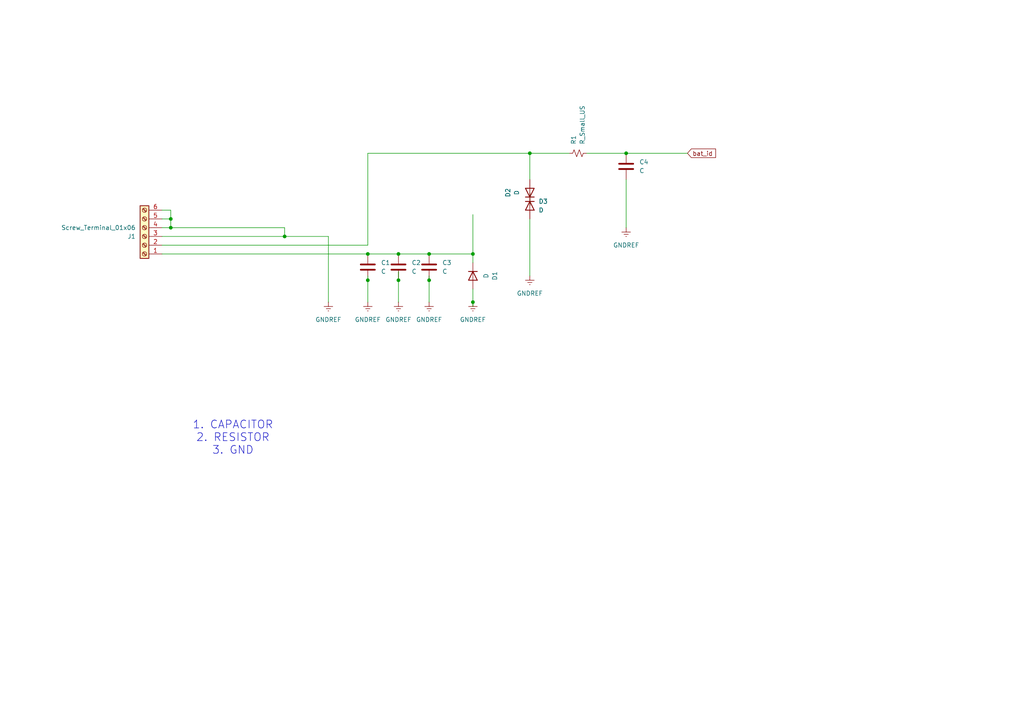
<source format=kicad_sch>
(kicad_sch (version 20250114) (generator "eeschema") (generator_version "9.0")
  (paper "A4")
  (lib_symbols
    (symbol "Connector:Screw_Terminal_01x06" (pin_names (offset 1.016) (hide yes))
      (property "Reference" "J" (at 0 7.62 0))
      (property "Value" "Screw_Terminal_01x06" (at 0 -10.16 0))
      (symbol "Screw_Terminal_01x06_1_1"
        (rectangle (start -1.27 6.35) (end 1.27 -8.89) (stroke (width 0.254)) (fill (type background)))
        (polyline (pts (xy -0.5334 5.4102) (xy 0.3302 4.572)) (stroke (width 0.1524)))
        (polyline (pts (xy -0.5334 2.8702) (xy 0.3302 2.032)) (stroke (width 0.1524)))
        (polyline (pts (xy -0.5334 0.3302) (xy 0.3302 -0.508)) (stroke (width 0.1524)))
        (polyline (pts (xy -0.5334 -2.2098) (xy 0.3302 -3.048)) (stroke (width 0.1524)))
        (polyline (pts (xy -0.5334 -4.7498) (xy 0.3302 -5.588)) (stroke (width 0.1524)))
        (polyline (pts (xy -0.5334 -7.2898) (xy 0.3302 -8.128)) (stroke (width 0.1524)))
        (polyline (pts (xy -0.3556 5.588) (xy 0.508 4.7498)) (stroke (width 0.1524)))
        (polyline (pts (xy -0.3556 3.048) (xy 0.508 2.2098)) (stroke (width 0.1524)))
        (polyline (pts (xy -0.3556 0.508) (xy 0.508 -0.3302)) (stroke (width 0.1524)))
        (polyline (pts (xy -0.3556 -2.032) (xy 0.508 -2.8702)) (stroke (width 0.1524)))
        (polyline (pts (xy -0.3556 -4.572) (xy 0.508 -5.4102)) (stroke (width 0.1524)))
        (polyline (pts (xy -0.3556 -7.112) (xy 0.508 -7.9502)) (stroke (width 0.1524)))
        (circle (center 0 5.08) (radius 0.635) (stroke (width 0.1524)))
        (circle (center 0 2.54) (radius 0.635) (stroke (width 0.1524)))
        (circle (center 0 0) (radius 0.635) (stroke (width 0.1524)))
        (circle (center 0 -2.54) (radius 0.635) (stroke (width 0.1524)))
        (circle (center 0 -5.08) (radius 0.635) (stroke (width 0.1524)))
        (circle (center 0 -7.62) (radius 0.635) (stroke (width 0.1524)))
        (pin passive line (at -5.08 5.08 0) (length 3.81) (name "Pin_1") (number "1"))
        (pin passive line (at -5.08 2.54 0) (length 3.81) (name "Pin_2") (number "2"))
        (pin passive line (at -5.08 0 0) (length 3.81) (name "Pin_3") (number "3"))
        (pin passive line (at -5.08 -2.54 0) (length 3.81) (name "Pin_4") (number "4"))
        (pin passive line (at -5.08 -5.08 0) (length 3.81) (name "Pin_5") (number "5"))
        (pin passive line (at -5.08 -7.62 0) (length 3.81) (name "Pin_6") (number "6"))
      )
    )
    (symbol "Device:C" (pin_numbers (hide yes)) (pin_names (offset 0.254))
      (property "Reference" "C" (at 0.635 2.54 0))
      (property "Value" "C" (at 0.635 -2.54 0))
      (symbol "C_0_1"
        (polyline (pts (xy -2.032 0.762) (xy 2.032 0.762)) (stroke (width 0.508)))
        (polyline (pts (xy -2.032 -0.762) (xy 2.032 -0.762)) (stroke (width 0.508)))
      )
      (symbol "C_1_1"
        (pin passive line (at 0 3.81 270) (length 2.794) (name "~") (number "1"))
        (pin passive line (at 0 -3.81 90) (length 2.794) (name "~") (number "2"))
      )
    )
    (symbol "Device:D" (pin_numbers (hide yes)) (pin_names (offset 1.016) (hide yes))
      (property "Reference" "D" (at 0 2.54 0))
      (property "Value" "D" (at 0 -2.54 0))
      (symbol "D_0_1"
        (polyline (pts (xy -1.27 1.27) (xy -1.27 -1.27)) (stroke (width 0.254)))
        (polyline (pts (xy 1.27 1.27) (xy 1.27 -1.27) (xy -1.27 0) (xy 1.27 1.27)) (stroke (width 0.254)))
        (polyline (pts (xy 1.27 0) (xy -1.27 0)))
      )
      (symbol "D_1_1"
        (pin passive line (at -3.81 0 0) (length 2.54) (name "K") (number "1"))
        (pin passive line (at 3.81 0 180) (length 2.54) (name "A") (number "2"))
      )
    )
    (symbol "Device:R_Small_US" (pin_numbers (hide yes)) (pin_names (offset 0.254) (hide yes))
      (property "Reference" "R" (at 0.762 0.508 0))
      (property "Value" "R_Small_US" (at 0.762 -1.016 0))
      (symbol "R_Small_US_1_1"
        (polyline (pts (xy 0 1.524) (xy 1.016 1.143) (xy 0 0.762) (xy -1.016 0.381) (xy 0 0)))
        (polyline (pts (xy 0 0) (xy 1.016 -0.381) (xy 0 -0.762) (xy -1.016 -1.143) (xy 0 -1.524)))
        (pin passive line (at 0 2.54 270) (length 1.016) (name "~") (number "1"))
        (pin passive line (at 0 -2.54 90) (length 1.016) (name "~") (number "2"))
      )
    )
    (symbol "power:GNDREF" (power) (pin_numbers (hide yes)) (pin_names (offset 0) (hide yes))
      (property "Value" "GNDREF" (at 0 -3.81 0))
      (symbol "GNDREF_0_1"
        (polyline (pts (xy -0.635 -1.905) (xy 0.635 -1.905)))
        (polyline (pts (xy -0.127 -2.54) (xy 0.127 -2.54)))
        (polyline (pts (xy 0 -1.27) (xy 0 0)))
        (polyline (pts (xy 1.27 -1.27) (xy -1.27 -1.27)))
      )
      (symbol "GNDREF_1_1"
        (pin power_in line (at 0 0 270) (length 0) (name "~") (number "1"))
      )
    )
  )
  (text "1. CAPACITOR\n2. RESISTOR\n3. GND" (at 67.564 127 0) (effects (font (size 2.286 2.286))))
  (junction (at 153.67 44.45))
  (junction (at 181.61 44.45))
  (junction (at 49.53 66.04))
  (junction (at 82.55 68.58))
  (junction (at 137.16 87.63))
  (junction (at 49.53 63.5))
  (junction (at 106.68 73.66))
  (junction (at 115.57 81.28))
  (junction (at 137.16 73.66))
  (junction (at 115.57 73.66))
  (junction (at 106.68 81.28))
  (junction (at 124.46 73.66))
  (junction (at 124.46 81.28))
  (wire (pts (xy 46.99 71.12) (xy 106.68 71.12)))
  (wire (pts (xy 124.46 80.01) (xy 124.46 81.28)))
  (wire (pts (xy 115.57 81.28) (xy 115.57 87.63)))
  (wire (pts (xy 49.53 63.5) (xy 49.53 66.04)))
  (wire (pts (xy 106.68 44.45) (xy 153.67 44.45)))
  (wire (pts (xy 106.68 71.12) (xy 106.68 44.45)))
  (wire (pts (xy 46.99 68.58) (xy 82.55 68.58)))
  (wire (pts (xy 170.18 44.45) (xy 181.61 44.45)))
  (wire (pts (xy 181.61 44.45) (xy 199.39 44.45)))
  (wire (pts (xy 137.16 62.23) (xy 137.16 73.66)))
  (wire (pts (xy 137.16 87.63) (xy 137.16 88.9)))
  (wire (pts (xy 153.67 44.45) (xy 165.1 44.45)))
  (wire (pts (xy 106.68 73.66) (xy 115.57 73.66)))
  (wire (pts (xy 137.16 83.82) (xy 137.16 87.63)))
  (wire (pts (xy 46.99 73.66) (xy 106.68 73.66)))
  (wire (pts (xy 181.61 52.07) (xy 181.61 66.04)))
  (wire (pts (xy 115.57 78.74) (xy 115.57 81.28)))
  (wire (pts (xy 46.99 63.5) (xy 49.53 63.5)))
  (wire (pts (xy 82.55 66.04) (xy 82.55 68.58)))
  (wire (pts (xy 153.67 44.45) (xy 153.67 52.07)))
  (wire (pts (xy 46.99 60.96) (xy 49.53 60.96)))
  (wire (pts (xy 137.16 73.66) (xy 137.16 76.2)))
  (wire (pts (xy 124.46 73.66) (xy 137.16 73.66)))
  (wire (pts (xy 115.57 73.66) (xy 124.46 73.66)))
  (wire (pts (xy 106.68 80.01) (xy 106.68 81.28)))
  (wire (pts (xy 106.68 81.28) (xy 106.68 87.63)))
  (wire (pts (xy 49.53 60.96) (xy 49.53 63.5)))
  (wire (pts (xy 82.55 68.58) (xy 95.25 68.58)))
  (wire (pts (xy 46.99 66.04) (xy 49.53 66.04)))
  (wire (pts (xy 49.53 66.04) (xy 82.55 66.04)))
  (wire (pts (xy 124.46 81.28) (xy 124.46 87.63)))
  (wire (pts (xy 153.67 55.88) (xy 153.67 59.69)))
  (wire (pts (xy 95.25 68.58) (xy 95.25 87.63)))
  (wire (pts (xy 153.67 63.5) (xy 153.67 80.01)))
  (global_label "bat_id" (shape input) (at 199.39 44.45 0) (property "Intersheetrefs" "${INTERSHEET_REFS}" (effects (hide yes))))
  (symbol (lib_id "Connector:Screw_Terminal_01x06") (at 41.91 68.58 180) (unit 1)
    (property "Reference" "J1" (at 39.37 68.5801 0) (effects (justify left)))
    (property "Value" "Screw_Terminal_01x06" (at 39.37 66.0401 0) (effects (justify left)))
    (property "Description" "Generic screw terminal, single row, 01x06, script generated (kicad-library-utils/schlib/autogen/connector/)" (effects (hide yes)))
  )
  (symbol (lib_id "Device:R_Small_US") (at 167.64 44.45 90) (unit 1)
    (property "Reference" "R1" (at 166.3699 41.91 0) (effects (justify left)))
    (property "Value" "R_Small_US" (at 168.9099 41.91 0) (effects (justify left)))
    (property "Description" "Resistor, small US symbol" (effects (hide yes)))
  )
  (symbol (lib_id "power:GNDREF") (at 181.61 66.04 0) (unit 1)
    (property "Reference" "#PWR07" (effects (hide yes)))
    (property "Value" "GNDREF" (at 181.61 71.12 0))
    (property "Description" "Power symbol creates a global label with name \"GNDREF\" , reference supply ground" (effects (hide yes)))
  )
  (symbol (lib_id "Device:D") (at 137.16 80.01 270) (unit 1)
    (property "Reference" "D1" (at 143.51 80.01 0))
    (property "Value" "D" (at 140.97 80.01 0))
    (property "Description" "Diode" (effects (hide yes)))
    (property "Sim.Device" "D" (effects (hide yes)))
    (property "Sim.Pins" "1=K 2=A" (effects (hide yes)))
  )
  (symbol (lib_id "Device:D") (at 153.67 59.69 270) (unit 1)
    (property "Reference" "D3" (at 156.21 58.4199 90) (effects (justify left)))
    (property "Value" "D" (at 156.21 60.9599 90) (effects (justify left)))
    (property "Description" "Diode" (effects (hide yes)))
    (property "Sim.Device" "D" (effects (hide yes)))
    (property "Sim.Pins" "1=K 2=A" (effects (hide yes)))
  )
  (symbol (lib_id "power:GNDREF") (at 95.25 87.63 0) (unit 1)
    (property "Reference" "#PWR01" (effects (hide yes)))
    (property "Value" "GNDREF" (at 95.25 92.71 0))
    (property "Description" "Power symbol creates a global label with name \"GNDREF\" , reference supply ground" (effects (hide yes)))
  )
  (symbol (lib_id "Device:C") (at 124.46 77.47 0) (unit 1)
    (property "Reference" "C3" (at 128.27 76.1999 0) (effects (justify left)))
    (property "Value" "C" (at 128.27 78.7399 0) (effects (justify left)))
    (property "Description" "Unpolarized capacitor" (effects (hide yes)))
  )
  (symbol (lib_id "power:GNDREF") (at 115.57 87.63 0) (unit 1)
    (property "Reference" "#PWR03" (effects (hide yes)))
    (property "Value" "GNDREF" (at 115.57 92.71 0))
    (property "Description" "Power symbol creates a global label with name \"GNDREF\" , reference supply ground" (effects (hide yes)))
  )
  (symbol (lib_id "Device:C") (at 115.57 77.47 0) (unit 1)
    (property "Reference" "C2" (at 119.38 76.1999 0) (effects (justify left)))
    (property "Value" "C" (at 119.38 78.7399 0) (effects (justify left)))
    (property "Description" "Unpolarized capacitor" (effects (hide yes)))
  )
  (symbol (lib_id "Device:C") (at 106.68 77.47 0) (unit 1)
    (property "Reference" "C1" (at 110.49 76.1999 0) (effects (justify left)))
    (property "Value" "C" (at 110.49 78.7399 0) (effects (justify left)))
    (property "Description" "Unpolarized capacitor" (effects (hide yes)))
  )
  (symbol (lib_id "power:GNDREF") (at 153.67 80.01 0) (unit 1)
    (property "Reference" "#PWR06" (effects (hide yes)))
    (property "Value" "GNDREF" (at 153.67 85.09 0))
    (property "Description" "Power symbol creates a global label with name \"GNDREF\" , reference supply ground" (effects (hide yes)))
  )
  (symbol (lib_id "Device:D") (at 153.67 55.88 90) (unit 1)
    (property "Reference" "D2" (at 147.32 55.88 0))
    (property "Value" "D" (at 149.86 55.88 0))
    (property "Description" "Diode" (effects (hide yes)))
    (property "Sim.Device" "D" (effects (hide yes)))
    (property "Sim.Pins" "1=K 2=A" (effects (hide yes)))
  )
  (symbol (lib_id "Device:C") (at 181.61 48.26 0) (unit 1)
    (property "Reference" "C4" (at 185.42 46.9899 0) (effects (justify left)))
    (property "Value" "C" (at 185.42 49.5299 0) (effects (justify left)))
    (property "Description" "Unpolarized capacitor" (effects (hide yes)))
  )
  (symbol (lib_id "power:GNDREF") (at 106.68 87.63 0) (unit 1)
    (property "Reference" "#PWR02" (effects (hide yes)))
    (property "Value" "GNDREF" (at 106.68 92.71 0))
    (property "Description" "Power symbol creates a global label with name \"GNDREF\" , reference supply ground" (effects (hide yes)))
  )
  (symbol (lib_id "power:GNDREF") (at 124.46 87.63 0) (unit 1)
    (property "Reference" "#PWR04" (effects (hide yes)))
    (property "Value" "GNDREF" (at 124.46 92.71 0))
    (property "Description" "Power symbol creates a global label with name \"GNDREF\" , reference supply ground" (effects (hide yes)))
  )
  (symbol (lib_id "power:GNDREF") (at 137.16 87.63 0) (unit 1)
    (property "Reference" "#PWR05" (effects (hide yes)))
    (property "Value" "GNDREF" (at 137.16 92.71 0))
    (property "Description" "Power symbol creates a global label with name \"GNDREF\" , reference supply ground" (effects (hide yes)))
  )
)
</source>
